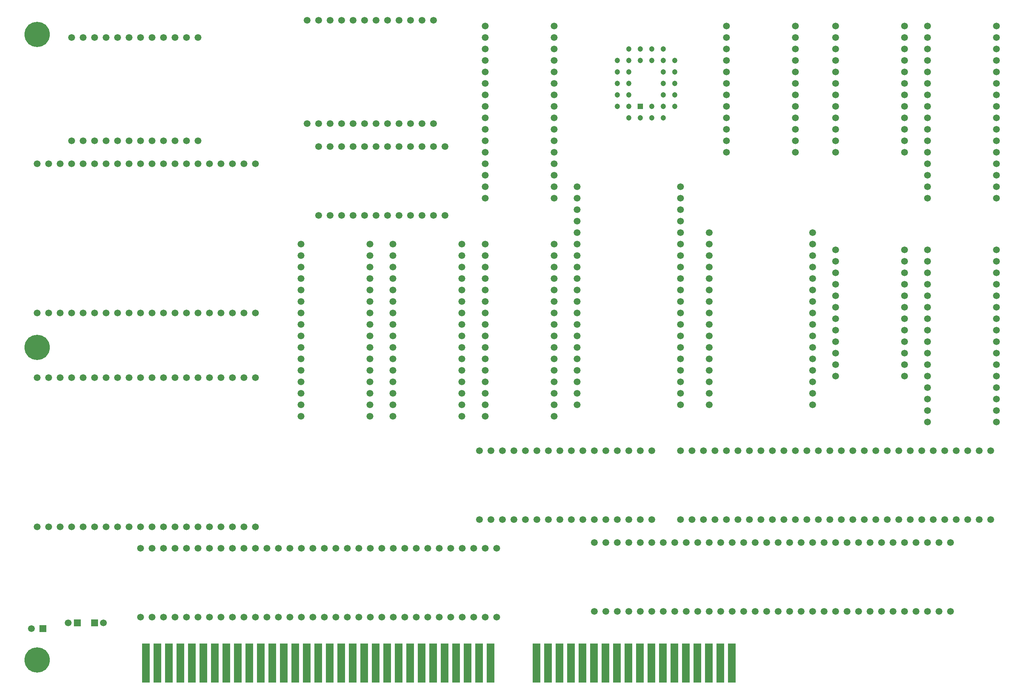
<source format=gbs>
%TF.GenerationSoftware,KiCad,Pcbnew,8.0.4*%
%TF.CreationDate,2024-08-13T10:03:18+02:00*%
%TF.ProjectId,SD Card Board,53442043-6172-4642-9042-6f6172642e6b,rev?*%
%TF.SameCoordinates,PX26c1e00PY962f440*%
%TF.FileFunction,Soldermask,Bot*%
%TF.FilePolarity,Negative*%
%FSLAX46Y46*%
G04 Gerber Fmt 4.6, Leading zero omitted, Abs format (unit mm)*
G04 Created by KiCad (PCBNEW 8.0.4) date 2024-08-13 10:03:18*
%MOMM*%
%LPD*%
G01*
G04 APERTURE LIST*
%ADD10C,1.500000*%
%ADD11R,1.500000X1.500000*%
%ADD12C,5.600000*%
%ADD13C,1.200000*%
%ADD14R,1.200000X1.200000*%
%ADD15R,1.780000X8.620000*%
G04 APERTURE END LIST*
D10*
%TO.C,B16*%
X22860000Y24765000D03*
X25400000Y24765000D03*
X27940000Y24765000D03*
X30480000Y24765000D03*
X33020000Y24765000D03*
X35560000Y24765000D03*
X38100000Y24765000D03*
X40640000Y24765000D03*
X43180000Y24765000D03*
X45720000Y24765000D03*
X48260000Y24765000D03*
X50800000Y24765000D03*
X53340000Y24765000D03*
X55880000Y24765000D03*
X58420000Y24765000D03*
X60960000Y24765000D03*
X63500000Y24765000D03*
X66040000Y24765000D03*
X68580000Y24765000D03*
X71120000Y24765000D03*
X73660000Y24765000D03*
X76200000Y24765000D03*
X78740000Y24765000D03*
X81280000Y24765000D03*
X83820000Y24765000D03*
X86360000Y24765000D03*
X88900000Y24765000D03*
X91440000Y24765000D03*
X93980000Y24765000D03*
X96520000Y24765000D03*
X99060000Y24765000D03*
X101600000Y24765000D03*
X101600000Y9525000D03*
X99060000Y9525000D03*
X96520001Y9525000D03*
X93980000Y9525000D03*
X91440000Y9525000D03*
X88900000Y9525000D03*
X86360001Y9525000D03*
X83819999Y9525000D03*
X81280000Y9525000D03*
X78740000Y9525000D03*
X76200000Y9525000D03*
X73659999Y9525000D03*
X71120000Y9525000D03*
X68580000Y9525000D03*
X66040000Y9525000D03*
X63500001Y9525000D03*
X60959999Y9525000D03*
X58420000Y9525000D03*
X55880000Y9525000D03*
X53340000Y9525000D03*
X50799999Y9525000D03*
X48260000Y9525000D03*
X45720000Y9525000D03*
X43180000Y9525000D03*
X40640001Y9525000D03*
X38100000Y9525000D03*
X35560000Y9525000D03*
X33020000Y9525000D03*
X30480000Y9525000D03*
X27939999Y9525000D03*
X25400000Y9525000D03*
X22860000Y9525000D03*
%TD*%
%TO.C,B17*%
X59690000Y141605000D03*
X62230000Y141605000D03*
X64769999Y141605000D03*
X67310000Y141605000D03*
X69850000Y141605000D03*
X72390000Y141605000D03*
X74930000Y141605000D03*
X77470001Y141605000D03*
X80010000Y141605000D03*
X82550000Y141605000D03*
X85090000Y141605000D03*
X87629999Y141605000D03*
X87629999Y118745000D03*
X85090000Y118745000D03*
X82550000Y118745000D03*
X80010000Y118745000D03*
X77470001Y118745000D03*
X74930000Y118745000D03*
X72390000Y118745000D03*
X69850000Y118745000D03*
X67310000Y118745000D03*
X64769999Y118745000D03*
X62230000Y118745000D03*
X59690000Y118745000D03*
%TD*%
%TO.C,B4*%
X62230000Y113665000D03*
X64770000Y113665000D03*
X67310000Y113665000D03*
X69850000Y113665000D03*
X72390000Y113665000D03*
X74930000Y113665000D03*
X77470000Y113665000D03*
X80010000Y113665000D03*
X82550000Y113665000D03*
X85090000Y113665000D03*
X87630000Y113665000D03*
X90170000Y113665000D03*
X90169999Y98425000D03*
X87630000Y98425000D03*
X85090000Y98425000D03*
X82550000Y98425000D03*
X80010001Y98425000D03*
X77470000Y98425000D03*
X74930000Y98425000D03*
X72390000Y98425000D03*
X69850000Y98425000D03*
X67309999Y98425000D03*
X64770000Y98425000D03*
X62230000Y98425000D03*
%TD*%
%TO.C,B5*%
X142240000Y104775000D03*
X142240000Y102235000D03*
X142240000Y99695000D03*
X142240000Y97155000D03*
X142240000Y94615000D03*
X142240000Y92075000D03*
X142240000Y89535000D03*
X142240000Y86995000D03*
X142240000Y84455000D03*
X142240000Y81915000D03*
X142240000Y79375000D03*
X142240000Y76835000D03*
X142240000Y74295000D03*
X142240000Y71755000D03*
X142240000Y69215000D03*
X142240000Y66675000D03*
X142240000Y64135000D03*
X142240000Y61595000D03*
X142240000Y59055000D03*
X142240000Y56515000D03*
X119380000Y56515000D03*
X119380000Y59055000D03*
X119380000Y61595000D03*
X119380000Y64135000D03*
X119380000Y66675000D03*
X119380000Y69215000D03*
X119380000Y71755000D03*
X119380000Y74295000D03*
X119380000Y76835000D03*
X119380000Y79375000D03*
X119380000Y81915000D03*
X119380000Y84455000D03*
X119380000Y86995000D03*
X119380000Y89535000D03*
X119380000Y92075000D03*
X119380000Y94615000D03*
X119380000Y97155000D03*
X119380000Y99695000D03*
X119380000Y102235000D03*
X119380000Y104775000D03*
%TD*%
%TO.C,B1*%
X212090000Y90805000D03*
X212090000Y88265000D03*
X212090000Y85725000D03*
X212090000Y83185000D03*
X212090000Y80645000D03*
X212090000Y78105000D03*
X212090000Y75565000D03*
X212090000Y73025000D03*
X212090000Y70485000D03*
X212090000Y67945000D03*
X212090000Y65405000D03*
X212090000Y62865000D03*
X212090000Y60325000D03*
X212090000Y57785000D03*
X212090000Y55245000D03*
X212090000Y52705000D03*
X196850000Y52705000D03*
X196850000Y55245000D03*
X196850000Y57785000D03*
X196850000Y60325000D03*
X196850000Y62865000D03*
X196850000Y65405000D03*
X196850000Y67945000D03*
X196850000Y70485000D03*
X196850000Y73025000D03*
X196850000Y75565000D03*
X196850000Y78105000D03*
X196850000Y80645000D03*
X196850000Y83185000D03*
X196850000Y85725000D03*
X196850000Y88265000D03*
X196850000Y90805000D03*
%TD*%
%TO.C,C4*%
X6890000Y8255000D03*
D11*
X8890000Y8255000D03*
%TD*%
D12*
%TO.C,H10*%
X0Y0D03*
%TD*%
D10*
%TO.C,B20*%
X0Y109855000D03*
X2540000Y109855000D03*
X5080000Y109855000D03*
X7620000Y109855000D03*
X10160000Y109855000D03*
X12700000Y109855000D03*
X15240000Y109855000D03*
X17780000Y109855000D03*
X20320000Y109855000D03*
X22860000Y109855000D03*
X25400000Y109855000D03*
X27940000Y109855000D03*
X30480000Y109855000D03*
X33020000Y109855000D03*
X35560000Y109855000D03*
X38100000Y109855000D03*
X40640000Y109855000D03*
X43180000Y109855000D03*
X45720000Y109855000D03*
X48260000Y109855000D03*
X48260000Y76835000D03*
X45720000Y76835000D03*
X43180000Y76835000D03*
X40640000Y76835000D03*
X38100000Y76835000D03*
X35560000Y76835000D03*
X33020000Y76835000D03*
X30480000Y76835000D03*
X27940000Y76835000D03*
X25400000Y76835000D03*
X22860000Y76835000D03*
X20320000Y76835000D03*
X17780000Y76835000D03*
X15240000Y76835000D03*
X12700000Y76835000D03*
X10160000Y76835000D03*
X7620000Y76835000D03*
X5080000Y76835000D03*
X2540000Y76835000D03*
X0Y76835000D03*
%TD*%
%TO.C,B7*%
X114300000Y140335000D03*
X114300000Y137795000D03*
X114300000Y135255000D03*
X114300000Y132715000D03*
X114300000Y130175000D03*
X114300000Y127635000D03*
X114300000Y125095000D03*
X114300000Y122555000D03*
X114300000Y120015000D03*
X114300000Y117475000D03*
X114300000Y114935000D03*
X114300000Y112395000D03*
X114300000Y109855000D03*
X114300000Y107315000D03*
X114300000Y104775000D03*
X114300000Y102235000D03*
X99060000Y102235001D03*
X99060000Y104775000D03*
X99060000Y107315000D03*
X99060000Y109855000D03*
X99060000Y112395001D03*
X99060000Y114935000D03*
X99060000Y117475000D03*
X99060000Y120015000D03*
X99060000Y122554999D03*
X99060000Y125095000D03*
X99060000Y127635000D03*
X99060000Y130175000D03*
X99060000Y132715000D03*
X99060000Y135255001D03*
X99060000Y137795000D03*
X99060000Y140335000D03*
%TD*%
%TO.C,B9*%
X73592000Y92075000D03*
X73592000Y89535000D03*
X73592000Y86995000D03*
X73592000Y84455000D03*
X73592000Y81915000D03*
X73592000Y79375000D03*
X73592000Y76835000D03*
X73592000Y74295000D03*
X73592000Y71755000D03*
X73592000Y69215000D03*
X73592000Y66675000D03*
X73592000Y64135000D03*
X73592000Y61595000D03*
X73592000Y59055000D03*
X73592000Y56515000D03*
X73592000Y53975000D03*
X58352000Y53975000D03*
X58352000Y56515000D03*
X58352000Y59055000D03*
X58352000Y61595000D03*
X58352000Y64135000D03*
X58352000Y66675000D03*
X58352000Y69215000D03*
X58352000Y71755000D03*
X58352000Y74295000D03*
X58352000Y76835000D03*
X58352000Y79375000D03*
X58352000Y81915000D03*
X58352000Y84455000D03*
X58352000Y86995000D03*
X58352000Y89535000D03*
X58352000Y92075000D03*
%TD*%
%TO.C,C3*%
X14700000Y8255000D03*
D11*
X12700000Y8255000D03*
%TD*%
D10*
%TO.C,B3*%
X201930000Y10795000D03*
X199390000Y10795000D03*
X196850000Y10795000D03*
X194310000Y10795000D03*
X191770000Y10795000D03*
X189230000Y10795000D03*
X186690000Y10795000D03*
X184150000Y10795000D03*
X181610000Y10795000D03*
X179070000Y10795000D03*
X176530000Y10795000D03*
X173990000Y10795000D03*
X171450000Y10795000D03*
X168910000Y10795000D03*
X166370000Y10795000D03*
X163830000Y10795000D03*
X161290000Y10795000D03*
X158750000Y10795000D03*
X156210000Y10795000D03*
X153670000Y10795000D03*
X151130000Y10795000D03*
X148590000Y10795000D03*
X146050000Y10795000D03*
X143510000Y10795000D03*
X140970000Y10795000D03*
X138430000Y10795000D03*
X135890000Y10795000D03*
X133350000Y10795000D03*
X130810000Y10795000D03*
X128270000Y10795000D03*
X125730000Y10795000D03*
X123190000Y10795000D03*
X123190000Y26035000D03*
X125730000Y26035000D03*
X128269999Y26035000D03*
X130810000Y26035000D03*
X133350000Y26035000D03*
X135890000Y26035000D03*
X138429999Y26035000D03*
X140970001Y26035000D03*
X143510000Y26035000D03*
X146050000Y26035000D03*
X148590000Y26035000D03*
X151130001Y26035000D03*
X153670000Y26035000D03*
X156210000Y26035000D03*
X158750000Y26035000D03*
X161289999Y26035000D03*
X163830001Y26035000D03*
X166370000Y26035000D03*
X168910000Y26035000D03*
X171450000Y26035000D03*
X173990001Y26035000D03*
X176530000Y26035000D03*
X179070000Y26035000D03*
X181610000Y26035000D03*
X184149999Y26035000D03*
X186690000Y26035000D03*
X189230000Y26035000D03*
X191770000Y26035000D03*
X194310000Y26035000D03*
X196850001Y26035000D03*
X199390000Y26035000D03*
X201930000Y26035000D03*
%TD*%
%TO.C,B2*%
X191770000Y90805000D03*
X191770000Y88265000D03*
X191770000Y85725000D03*
X191770000Y83185000D03*
X191770000Y80645000D03*
X191770000Y78105000D03*
X191770000Y75565000D03*
X191770000Y73025000D03*
X191770000Y70485000D03*
X191770000Y67945000D03*
X191770000Y65405000D03*
X191770000Y62865000D03*
X176530000Y62865000D03*
X176530000Y65405000D03*
X176530000Y67945000D03*
X176530000Y70485000D03*
X176530000Y73025000D03*
X176530000Y75565000D03*
X176530000Y78105000D03*
X176530000Y80645000D03*
X176530000Y83185000D03*
X176530000Y85725000D03*
X176530000Y88265000D03*
X176530000Y90805000D03*
%TD*%
%TO.C,B10*%
X167640000Y140335000D03*
X167640000Y137795000D03*
X167640000Y135255000D03*
X167640000Y132715000D03*
X167640000Y130175000D03*
X167640000Y127635000D03*
X167640000Y125095000D03*
X167640000Y122555000D03*
X167640000Y120015000D03*
X167640000Y117475000D03*
X167640000Y114935000D03*
X167640000Y112395000D03*
X152400000Y112395000D03*
X152400000Y114935000D03*
X152400000Y117475000D03*
X152400000Y120015000D03*
X152400000Y122555000D03*
X152400000Y125095000D03*
X152400000Y127635000D03*
X152400000Y130175000D03*
X152400000Y132715000D03*
X152400000Y135255000D03*
X152400000Y137795000D03*
X152400000Y140335000D03*
%TD*%
%TO.C,B18*%
X7620000Y137795000D03*
X10160000Y137795000D03*
X12699999Y137795000D03*
X15240000Y137795000D03*
X17780000Y137795000D03*
X20320000Y137795000D03*
X22860000Y137795000D03*
X25400001Y137795000D03*
X27940000Y137795000D03*
X30480000Y137795000D03*
X33020000Y137795000D03*
X35559999Y137795000D03*
X35559999Y114935000D03*
X33020000Y114935000D03*
X30480000Y114935000D03*
X27940000Y114935000D03*
X25400001Y114935000D03*
X22860000Y114935000D03*
X20320000Y114935000D03*
X17780000Y114935000D03*
X15240000Y114935000D03*
X12699999Y114935000D03*
X10160000Y114935000D03*
X7620000Y114935000D03*
%TD*%
%TO.C,B6*%
X135890000Y31115000D03*
X133350000Y31115000D03*
X130810000Y31115000D03*
X128270000Y31115000D03*
X125730000Y31115000D03*
X123190000Y31115000D03*
X120650000Y31115000D03*
X118110000Y31115000D03*
X115570000Y31115000D03*
X113030000Y31115000D03*
X110490000Y31115000D03*
X107950000Y31115000D03*
X105410000Y31115000D03*
X102870000Y31115000D03*
X100330000Y31115000D03*
X97790000Y31115000D03*
X97790001Y46355000D03*
X100330000Y46355000D03*
X102870000Y46355000D03*
X105410000Y46355000D03*
X107950001Y46355000D03*
X110490000Y46355000D03*
X113030000Y46355000D03*
X115570000Y46355000D03*
X118109999Y46355000D03*
X120650000Y46355000D03*
X123190000Y46355000D03*
X125730000Y46355000D03*
X128270000Y46355000D03*
X130810001Y46355000D03*
X133350000Y46355000D03*
X135890000Y46355000D03*
%TD*%
%TO.C,B13*%
X171450000Y94615000D03*
X171450000Y92075000D03*
X171450000Y89535000D03*
X171450000Y86995000D03*
X171450000Y84455000D03*
X171450000Y81915000D03*
X171450000Y79375000D03*
X171450000Y76835000D03*
X171450000Y74295000D03*
X171450000Y71755000D03*
X171450000Y69215000D03*
X171450000Y66675000D03*
X171450000Y64135000D03*
X171450000Y61595000D03*
X171450000Y59055000D03*
X171450000Y56515000D03*
X148590000Y56515000D03*
X148590000Y59055000D03*
X148590000Y61595000D03*
X148590000Y64135000D03*
X148590000Y66675000D03*
X148590000Y69215000D03*
X148590000Y71755000D03*
X148590000Y74295000D03*
X148590000Y76835000D03*
X148590000Y79375000D03*
X148590000Y81915000D03*
X148590000Y84455000D03*
X148590000Y86995000D03*
X148590000Y89535000D03*
X148590000Y92075000D03*
X148590000Y94615000D03*
%TD*%
%TO.C,B8*%
X142240000Y46355000D03*
X144780000Y46355000D03*
X147320000Y46355000D03*
X149860000Y46355000D03*
X152400000Y46355000D03*
X154940000Y46355000D03*
X157480000Y46355000D03*
X160020000Y46355000D03*
X162560000Y46355000D03*
X165100000Y46355000D03*
X167640000Y46355000D03*
X170180000Y46355000D03*
X172720000Y46355000D03*
X175260000Y46355000D03*
X177800000Y46355000D03*
X180340000Y46355000D03*
X182880000Y46355000D03*
X185420000Y46355000D03*
X187960000Y46355000D03*
X190500000Y46355000D03*
X193040000Y46355000D03*
X195580000Y46355000D03*
X198120000Y46355000D03*
X200660000Y46355000D03*
X203200000Y46355000D03*
X205740000Y46355000D03*
X208280000Y46355000D03*
X210820000Y46355000D03*
X210820000Y31115000D03*
X208280000Y31115000D03*
X205740000Y31115000D03*
X203200000Y31115000D03*
X200660000Y31115000D03*
X198120000Y31115000D03*
X195580000Y31115000D03*
X193040000Y31115000D03*
X190500000Y31115000D03*
X187960000Y31115000D03*
X185420000Y31115000D03*
X182880000Y31115000D03*
X180340000Y31115000D03*
X177800000Y31115000D03*
X175260000Y31115000D03*
X172720000Y31115000D03*
X170180000Y31115000D03*
X167640000Y31115000D03*
X165100000Y31115000D03*
X162560000Y31115000D03*
X160020000Y31115000D03*
X157480000Y31115000D03*
X154940000Y31115000D03*
X152400000Y31115000D03*
X149860000Y31115000D03*
X147320000Y31115000D03*
X144780000Y31115000D03*
X142240000Y31115000D03*
%TD*%
D12*
%TO.C,H7*%
X0Y69215000D03*
%TD*%
D13*
%TO.C,IC1*%
X133350000Y120015000D03*
X130810000Y122555000D03*
X130810000Y120015000D03*
X128270000Y122555000D03*
X130810000Y125095000D03*
X128270000Y125095000D03*
X130810000Y127635000D03*
X128270000Y127635000D03*
X130810000Y130175000D03*
X128270000Y130175000D03*
X130810000Y132715000D03*
X128270000Y132715000D03*
X130810000Y135255000D03*
X133350000Y132715000D03*
X133350000Y135255000D03*
X135890000Y132715000D03*
X135890000Y135255000D03*
X138430000Y132715000D03*
X138430000Y135255000D03*
X140970000Y132715000D03*
X138430000Y130175000D03*
X140970000Y130175000D03*
X138430000Y127635000D03*
X140970000Y127635000D03*
X138430000Y125095000D03*
X140970000Y125095000D03*
X138430000Y122555000D03*
X140970000Y122555000D03*
X138430000Y120015000D03*
X135890000Y122555000D03*
X135890000Y120015000D03*
D14*
X133350000Y122555000D03*
%TD*%
D10*
%TO.C,B19*%
X0Y62484000D03*
X2540000Y62484000D03*
X5080000Y62484000D03*
X7620000Y62484000D03*
X10160000Y62484000D03*
X12700000Y62484000D03*
X15240000Y62484000D03*
X17780000Y62484000D03*
X20320000Y62484000D03*
X22860000Y62484000D03*
X25400000Y62484000D03*
X27940000Y62484000D03*
X30480000Y62484000D03*
X33020000Y62484000D03*
X35560000Y62484000D03*
X38100000Y62484000D03*
X40640000Y62484000D03*
X43180000Y62484000D03*
X45720000Y62484000D03*
X48260000Y62484000D03*
X48260000Y29464000D03*
X45720000Y29464000D03*
X43180000Y29464000D03*
X40640000Y29464000D03*
X38100000Y29464000D03*
X35560000Y29464000D03*
X33020000Y29464000D03*
X30480000Y29464000D03*
X27940000Y29464000D03*
X25400000Y29464000D03*
X22860000Y29464000D03*
X20320000Y29464000D03*
X17780000Y29464000D03*
X15240000Y29464000D03*
X12700000Y29464000D03*
X10160000Y29464000D03*
X7620000Y29464000D03*
X5080000Y29464000D03*
X2540000Y29464000D03*
X0Y29464000D03*
%TD*%
%TO.C,B12*%
X114300000Y92075000D03*
X114300000Y89535000D03*
X114300000Y86995000D03*
X114300000Y84455000D03*
X114300000Y81915000D03*
X114300000Y79375000D03*
X114300000Y76835000D03*
X114300000Y74295000D03*
X114300000Y71755000D03*
X114300000Y69215000D03*
X114300000Y66675000D03*
X114300000Y64135000D03*
X114300000Y61595000D03*
X114300000Y59055000D03*
X114300000Y56515000D03*
X114300000Y53975000D03*
X99060000Y53975000D03*
X99060000Y56515000D03*
X99060000Y59055000D03*
X99060000Y61595000D03*
X99060000Y64135000D03*
X99060000Y66675000D03*
X99060000Y69215000D03*
X99060000Y71755000D03*
X99060000Y74295000D03*
X99060000Y76835000D03*
X99060000Y79375000D03*
X99060000Y81915000D03*
X99060000Y84455000D03*
X99060000Y86995000D03*
X99060000Y89535000D03*
X99060000Y92075000D03*
%TD*%
D15*
%TO.C,J1*%
X153619200Y-635000D03*
X151079200Y-635000D03*
X148539200Y-635000D03*
X145999200Y-635000D03*
X143459200Y-635000D03*
X140919200Y-635000D03*
X138379200Y-635000D03*
X135839200Y-635000D03*
X133299200Y-635000D03*
X130759200Y-635000D03*
X128219200Y-635000D03*
X125679200Y-635000D03*
X123139200Y-635000D03*
X120599200Y-635000D03*
X118059200Y-635000D03*
X115519200Y-635000D03*
X112979200Y-635000D03*
X110439200Y-635000D03*
X100279200Y-635000D03*
X97739200Y-635000D03*
X95199200Y-635000D03*
X92659200Y-635000D03*
X90119200Y-635000D03*
X87579200Y-635000D03*
X85039200Y-635000D03*
X82499200Y-635000D03*
X79959200Y-635000D03*
X77419200Y-635000D03*
X74879200Y-635000D03*
X72339200Y-635000D03*
X69799200Y-635000D03*
X67259200Y-635000D03*
X64719200Y-635000D03*
X62179200Y-635000D03*
X59639200Y-635000D03*
X57099200Y-635000D03*
X54559200Y-635000D03*
X52019200Y-635000D03*
X49479200Y-635000D03*
X46939200Y-635000D03*
X44399200Y-635000D03*
X41859200Y-635000D03*
X39319200Y-635000D03*
X36779200Y-635000D03*
X34239200Y-635000D03*
X31699200Y-635000D03*
X29159200Y-635000D03*
X26619200Y-635000D03*
X24079200Y-635000D03*
%TD*%
D10*
%TO.C,B11*%
X93946000Y92075000D03*
X93946000Y89535000D03*
X93946000Y86995000D03*
X93946000Y84455000D03*
X93946000Y81915000D03*
X93946000Y79375000D03*
X93946000Y76835000D03*
X93946000Y74295000D03*
X93946000Y71755000D03*
X93946000Y69215000D03*
X93946000Y66675000D03*
X93946000Y64135000D03*
X93946000Y61595000D03*
X93946000Y59055000D03*
X93946000Y56515000D03*
X93946000Y53975000D03*
X78706000Y53975000D03*
X78706000Y56515000D03*
X78706000Y59055000D03*
X78706000Y61595000D03*
X78706000Y64135000D03*
X78706000Y66675000D03*
X78706000Y69215000D03*
X78706000Y71755000D03*
X78706000Y74295000D03*
X78706000Y76835000D03*
X78706000Y79375000D03*
X78706000Y81915000D03*
X78706000Y84455000D03*
X78706000Y86995000D03*
X78706000Y89535000D03*
X78706000Y92075000D03*
%TD*%
D12*
%TO.C,H1*%
X0Y138430000D03*
%TD*%
D10*
%TO.C,B15*%
X191770000Y140335000D03*
X191770000Y137795000D03*
X191770000Y135255000D03*
X191770000Y132715000D03*
X191770000Y130175000D03*
X191770000Y127635000D03*
X191770000Y125095000D03*
X191770000Y122555000D03*
X191770000Y120015000D03*
X191770000Y117475000D03*
X191770000Y114935000D03*
X191770000Y112395000D03*
X176530000Y112395000D03*
X176530000Y114935000D03*
X176530000Y117475000D03*
X176530000Y120015000D03*
X176530000Y122555000D03*
X176530000Y125095000D03*
X176530000Y127635000D03*
X176530000Y130175000D03*
X176530000Y132715000D03*
X176530000Y135255000D03*
X176530000Y137795000D03*
X176530000Y140335000D03*
%TD*%
%TO.C,B14*%
X212090000Y140335000D03*
X212090000Y137795000D03*
X212090000Y135255000D03*
X212090000Y132715000D03*
X212090000Y130175000D03*
X212090000Y127635000D03*
X212090000Y125095000D03*
X212090000Y122555000D03*
X212090000Y120015000D03*
X212090000Y117475000D03*
X212090000Y114935000D03*
X212090000Y112395000D03*
X212090000Y109855000D03*
X212090000Y107315000D03*
X212090000Y104775000D03*
X212090000Y102235000D03*
X196850000Y102235000D03*
X196850000Y104775000D03*
X196850000Y107315000D03*
X196850000Y109855000D03*
X196850000Y112395000D03*
X196850000Y114935000D03*
X196850000Y117475000D03*
X196850000Y120015000D03*
X196850000Y122555000D03*
X196850000Y125095000D03*
X196850000Y127635000D03*
X196850000Y130175000D03*
X196850000Y132715000D03*
X196850000Y135255000D03*
X196850000Y137795000D03*
X196850000Y140335000D03*
%TD*%
%TO.C,LED1*%
X-1270000Y6985000D03*
D11*
X1270000Y6985000D03*
%TD*%
M02*

</source>
